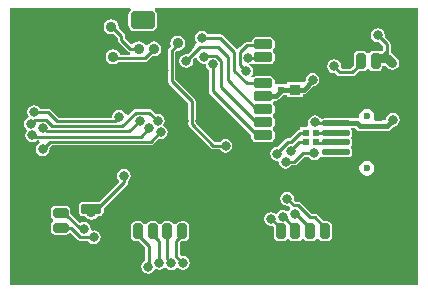
<source format=gbl>
%FSAX25Y25*%
%MOIN*%
G70*
G01*
G75*
G04 Layer_Physical_Order=2*
G04 Layer_Color=16711680*
%ADD10C,0.05000*%
%ADD11R,0.02165X0.02362*%
%ADD12R,0.05906X0.01181*%
%ADD13R,0.01181X0.05906*%
%ADD14R,0.02362X0.02165*%
%ADD15R,0.04528X0.05512*%
%ADD16R,0.03740X0.03740*%
%ADD17R,0.02165X0.05709*%
%ADD18R,0.02165X0.05709*%
%ADD19R,0.04331X0.02559*%
%ADD20R,0.05118X0.05906*%
%ADD21R,0.02165X0.05709*%
%ADD22R,0.11024X0.02953*%
G04:AMPARAMS|DCode=23|XSize=31.5mil|YSize=51.18mil|CornerRadius=7.87mil|HoleSize=0mil|Usage=FLASHONLY|Rotation=90.000|XOffset=0mil|YOffset=0mil|HoleType=Round|Shape=RoundedRectangle|*
%AMROUNDEDRECTD23*
21,1,0.03150,0.03543,0,0,90.0*
21,1,0.01575,0.05118,0,0,90.0*
1,1,0.01575,0.01772,0.00787*
1,1,0.01575,0.01772,-0.00787*
1,1,0.01575,-0.01772,-0.00787*
1,1,0.01575,-0.01772,0.00787*
%
%ADD23ROUNDEDRECTD23*%
%ADD24R,0.11811X0.08268*%
%ADD25R,0.03150X0.03150*%
%ADD26C,0.01000*%
%ADD27C,0.02000*%
%ADD28C,0.01500*%
%ADD29C,0.01800*%
%ADD30C,0.03000*%
%ADD31C,0.02362*%
%ADD32C,0.03150*%
%ADD33C,0.03500*%
%ADD34R,0.06890X0.03347*%
G04:AMPARAMS|DCode=35|XSize=68.9mil|YSize=33.47mil|CornerRadius=8.37mil|HoleSize=0mil|Usage=FLASHONLY|Rotation=180.000|XOffset=0mil|YOffset=0mil|HoleType=Round|Shape=RoundedRectangle|*
%AMROUNDEDRECTD35*
21,1,0.06890,0.01673,0,0,180.0*
21,1,0.05217,0.03347,0,0,180.0*
1,1,0.01673,-0.02608,0.00837*
1,1,0.01673,0.02608,0.00837*
1,1,0.01673,0.02608,-0.00837*
1,1,0.01673,-0.02608,-0.00837*
%
%ADD35ROUNDEDRECTD35*%
%ADD36R,0.09843X0.07874*%
%ADD37R,0.09055X0.01969*%
G04:AMPARAMS|DCode=38|XSize=19.69mil|YSize=90.55mil|CornerRadius=4.92mil|HoleSize=0mil|Usage=FLASHONLY|Rotation=270.000|XOffset=0mil|YOffset=0mil|HoleType=Round|Shape=RoundedRectangle|*
%AMROUNDEDRECTD38*
21,1,0.01969,0.08071,0,0,270.0*
21,1,0.00984,0.09055,0,0,270.0*
1,1,0.00984,-0.04035,-0.00492*
1,1,0.00984,-0.04035,0.00492*
1,1,0.00984,0.04035,0.00492*
1,1,0.00984,0.04035,-0.00492*
%
%ADD38ROUNDEDRECTD38*%
%ADD39R,0.06102X0.06299*%
%ADD40R,0.11024X0.05512*%
%ADD41R,0.11811X0.05512*%
%ADD42R,0.07480X0.05512*%
%ADD43R,0.11024X0.06102*%
G04:AMPARAMS|DCode=44|XSize=61.02mil|YSize=82.68mil|CornerRadius=15.26mil|HoleSize=0mil|Usage=FLASHONLY|Rotation=90.000|XOffset=0mil|YOffset=0mil|HoleType=Round|Shape=RoundedRectangle|*
%AMROUNDEDRECTD44*
21,1,0.06102,0.05217,0,0,90.0*
21,1,0.03051,0.08268,0,0,90.0*
1,1,0.03051,0.02608,0.01526*
1,1,0.03051,0.02608,-0.01526*
1,1,0.03051,-0.02608,-0.01526*
1,1,0.03051,-0.02608,0.01526*
%
%ADD44ROUNDEDRECTD44*%
G04:AMPARAMS|DCode=45|XSize=31.5mil|YSize=62.99mil|CornerRadius=7.87mil|HoleSize=0mil|Usage=FLASHONLY|Rotation=90.000|XOffset=0mil|YOffset=0mil|HoleType=Round|Shape=RoundedRectangle|*
%AMROUNDEDRECTD45*
21,1,0.03150,0.04724,0,0,90.0*
21,1,0.01575,0.06299,0,0,90.0*
1,1,0.01575,0.02362,0.00787*
1,1,0.01575,0.02362,-0.00787*
1,1,0.01575,-0.02362,-0.00787*
1,1,0.01575,-0.02362,0.00787*
%
%ADD45ROUNDEDRECTD45*%
%ADD46R,0.06299X0.03150*%
G04:AMPARAMS|DCode=47|XSize=31.5mil|YSize=51.18mil|CornerRadius=7.87mil|HoleSize=0mil|Usage=FLASHONLY|Rotation=180.000|XOffset=0mil|YOffset=0mil|HoleType=Round|Shape=RoundedRectangle|*
%AMROUNDEDRECTD47*
21,1,0.03150,0.03543,0,0,180.0*
21,1,0.01575,0.05118,0,0,180.0*
1,1,0.01575,-0.00787,0.01772*
1,1,0.01575,0.00787,0.01772*
1,1,0.01575,0.00787,-0.01772*
1,1,0.01575,-0.00787,-0.01772*
%
%ADD47ROUNDEDRECTD47*%
%ADD48R,0.08268X0.11811*%
%ADD49R,0.03150X0.05118*%
%ADD50R,0.05118X0.03150*%
%ADD51R,0.14800X0.13400*%
%ADD52R,0.01955X0.02104*%
G36*
X0422369Y0230931D02*
X0286431D01*
Y0323269D01*
X0326312D01*
X0326545Y0322503D01*
X0326359Y0322379D01*
X0325867Y0321643D01*
X0325694Y0320774D01*
Y0317723D01*
X0325867Y0316855D01*
X0326359Y0316119D01*
X0327095Y0315627D01*
X0327963Y0315454D01*
X0333180D01*
X0334048Y0315627D01*
X0334785Y0316119D01*
X0335276Y0316855D01*
X0335449Y0317723D01*
Y0320774D01*
X0335276Y0321643D01*
X0334785Y0322379D01*
X0334599Y0322503D01*
X0334831Y0323269D01*
X0422369D01*
Y0230931D01*
D02*
G37*
%LPC*%
G36*
X0324313Y0269636D02*
X0323426Y0269460D01*
X0322673Y0268957D01*
X0322170Y0268204D01*
X0321994Y0267317D01*
X0322170Y0266429D01*
X0322673Y0265677D01*
X0322716Y0265246D01*
X0316056Y0258587D01*
X0316008Y0258596D01*
X0310792D01*
X0310192Y0258477D01*
X0309684Y0258137D01*
X0309344Y0257629D01*
X0309225Y0257030D01*
Y0255356D01*
X0309344Y0254757D01*
X0309684Y0254248D01*
X0310192Y0253909D01*
X0310792Y0253790D01*
X0311429D01*
X0311734Y0253334D01*
X0312544Y0252792D01*
X0313500Y0252602D01*
X0314456Y0252792D01*
X0315266Y0253334D01*
X0315571Y0253790D01*
X0316008D01*
X0316608Y0253909D01*
X0317116Y0254248D01*
X0317456Y0254757D01*
X0317575Y0255356D01*
Y0256645D01*
X0325265Y0264335D01*
X0325530Y0264732D01*
X0325530Y0264732D01*
X0325530Y0264732D01*
X0325623Y0265200D01*
Y0265456D01*
X0325953Y0265677D01*
X0326456Y0266429D01*
X0326633Y0267317D01*
X0326456Y0268204D01*
X0325953Y0268957D01*
X0325201Y0269460D01*
X0324313Y0269636D01*
D02*
G37*
G36*
X0405331Y0272359D02*
X0404366Y0272167D01*
X0403549Y0271621D01*
X0403003Y0270803D01*
X0402811Y0269839D01*
X0403003Y0268875D01*
X0403549Y0268057D01*
X0404366Y0267511D01*
X0405331Y0267319D01*
X0406295Y0267511D01*
X0407113Y0268057D01*
X0407659Y0268875D01*
X0407851Y0269839D01*
X0407659Y0270803D01*
X0407113Y0271621D01*
X0406295Y0272167D01*
X0405331Y0272359D01*
D02*
G37*
G36*
X0378800Y0261961D02*
X0377912Y0261785D01*
X0377160Y0261282D01*
X0376657Y0260529D01*
X0376481Y0259642D01*
X0376657Y0258754D01*
X0377160Y0258002D01*
X0377912Y0257499D01*
X0378800Y0257322D01*
X0379015Y0257365D01*
X0379608Y0256828D01*
X0379560Y0256340D01*
X0379057Y0255588D01*
X0378363Y0255726D01*
X0378188Y0255843D01*
X0377300Y0256019D01*
X0376412Y0255843D01*
X0375660Y0255340D01*
X0375157Y0254588D01*
X0374288Y0255043D01*
X0374288Y0255043D01*
X0374288Y0255043D01*
X0373400Y0255219D01*
X0372512Y0255043D01*
X0371760Y0254540D01*
X0371257Y0253788D01*
X0371081Y0252900D01*
X0371257Y0252012D01*
X0371760Y0251260D01*
X0372512Y0250757D01*
X0373400Y0250581D01*
X0373656Y0250632D01*
X0374275Y0250124D01*
Y0247030D01*
X0374390Y0246450D01*
X0374719Y0245958D01*
X0375211Y0245629D01*
X0375791Y0245513D01*
X0377366D01*
X0377946Y0245629D01*
X0378438Y0245958D01*
X0378639Y0246258D01*
X0379439D01*
X0379640Y0245958D01*
X0380132Y0245629D01*
X0380713Y0245513D01*
X0382287D01*
X0382868Y0245629D01*
X0383360Y0245958D01*
X0383561Y0246258D01*
X0384361D01*
X0384561Y0245958D01*
X0385053Y0245629D01*
X0385634Y0245513D01*
X0387209D01*
X0387789Y0245629D01*
X0388281Y0245958D01*
X0388482Y0246258D01*
X0389282D01*
X0389483Y0245958D01*
X0389975Y0245629D01*
X0390555Y0245513D01*
X0392130D01*
X0392710Y0245629D01*
X0393202Y0245958D01*
X0393531Y0246450D01*
X0393647Y0247030D01*
Y0250573D01*
X0393531Y0251154D01*
X0393202Y0251646D01*
X0392710Y0251974D01*
X0392130Y0252090D01*
X0391141D01*
X0388865Y0254365D01*
X0388468Y0254630D01*
X0388000Y0254724D01*
X0386907D01*
X0383290Y0258340D01*
X0382893Y0258605D01*
X0382425Y0258698D01*
X0381562D01*
X0381055Y0259317D01*
X0381119Y0259642D01*
X0380943Y0260529D01*
X0380440Y0261282D01*
X0379688Y0261785D01*
X0378800Y0261961D01*
D02*
G37*
G36*
X0304985Y0257225D02*
X0301442D01*
X0300861Y0257110D01*
X0300369Y0256781D01*
X0300041Y0256289D01*
X0299925Y0255709D01*
Y0254134D01*
X0300041Y0253554D01*
X0300369Y0253062D01*
X0300670Y0252861D01*
Y0252061D01*
X0300369Y0251860D01*
X0300041Y0251368D01*
X0299925Y0250787D01*
Y0249213D01*
X0300041Y0248632D01*
X0300369Y0248140D01*
X0300861Y0247812D01*
X0301442Y0247696D01*
X0304985D01*
X0305565Y0247812D01*
X0306057Y0248140D01*
X0306647Y0248198D01*
X0308811Y0246035D01*
D01*
X0308811D01*
X0308811Y0246035D01*
X0308811Y0246035D01*
X0308811D01*
D01*
X0308811D01*
X0308811Y0246035D01*
Y0246035D01*
X0308811Y0246035D01*
Y0246035D01*
X0309208Y0245770D01*
X0309676Y0245676D01*
X0312315D01*
X0312660Y0245160D01*
X0313412Y0244657D01*
X0314300Y0244481D01*
X0315188Y0244657D01*
X0315940Y0245160D01*
X0316443Y0245912D01*
X0316619Y0246800D01*
X0316443Y0247688D01*
X0315940Y0248440D01*
X0315188Y0248943D01*
X0314300Y0249119D01*
X0313865Y0249033D01*
X0313299Y0249599D01*
X0313319Y0249700D01*
X0313143Y0250588D01*
X0312640Y0251340D01*
X0311888Y0251843D01*
X0311000Y0252019D01*
X0310112Y0251843D01*
X0309558Y0251472D01*
X0306502Y0254528D01*
Y0255521D01*
X0306502Y0255525D01*
Y0255709D01*
X0306386Y0256289D01*
X0306057Y0256781D01*
X0305565Y0257110D01*
X0304985Y0257225D01*
D02*
G37*
G36*
X0344530Y0252090D02*
X0342955D01*
X0342375Y0251974D01*
X0341883Y0251646D01*
X0341682Y0251345D01*
X0340882D01*
X0340681Y0251646D01*
X0340189Y0251974D01*
X0339609Y0252090D01*
X0338034D01*
X0337454Y0251974D01*
X0336962Y0251646D01*
X0336761Y0251345D01*
X0335961D01*
X0335760Y0251646D01*
X0335268Y0251974D01*
X0334687Y0252090D01*
X0333113D01*
X0332532Y0251974D01*
X0332040Y0251646D01*
X0331839Y0251345D01*
X0331039D01*
X0330838Y0251646D01*
X0330346Y0251974D01*
X0329766Y0252090D01*
X0328191D01*
X0327611Y0251974D01*
X0327119Y0251646D01*
X0326790Y0251154D01*
X0326675Y0250573D01*
Y0247030D01*
X0326790Y0246450D01*
X0327119Y0245958D01*
X0327611Y0245629D01*
X0328191Y0245513D01*
X0329356D01*
X0331377Y0243493D01*
Y0239066D01*
X0330802Y0238682D01*
X0330299Y0237929D01*
X0330122Y0237042D01*
X0330299Y0236154D01*
X0330802Y0235402D01*
X0331554Y0234899D01*
X0332442Y0234722D01*
X0333329Y0234899D01*
X0334082Y0235402D01*
X0334585Y0236154D01*
D01*
D01*
X0335212Y0236257D01*
Y0236257D01*
X0335212Y0236257D01*
X0336100Y0236081D01*
X0336988Y0236257D01*
X0337629Y0236686D01*
X0338414Y0236530D01*
X0338460Y0236460D01*
X0339212Y0235957D01*
X0340100Y0235781D01*
X0340988Y0235957D01*
X0341740Y0236460D01*
X0341740Y0236460D01*
Y0236460D01*
X0342360Y0236660D01*
X0342360Y0236660D01*
D01*
X0343112Y0236157D01*
X0344000Y0235981D01*
X0344888Y0236157D01*
X0345640Y0236660D01*
X0346143Y0237412D01*
X0346319Y0238300D01*
X0346143Y0239188D01*
X0345640Y0239940D01*
X0344888Y0240443D01*
X0344000Y0240619D01*
X0343642Y0240548D01*
X0343023Y0241056D01*
Y0245193D01*
X0343344Y0245513D01*
X0344530D01*
X0345110Y0245629D01*
X0345602Y0245958D01*
X0345931Y0246450D01*
X0346046Y0247030D01*
Y0250573D01*
X0345931Y0251154D01*
X0345602Y0251646D01*
X0345110Y0251974D01*
X0344530Y0252090D01*
D02*
G37*
G36*
X0405331Y0289682D02*
X0404366Y0289490D01*
X0403549Y0288943D01*
X0403003Y0288126D01*
X0402811Y0287161D01*
X0402858Y0286921D01*
X0402293Y0286355D01*
X0401915Y0286431D01*
X0399513D01*
X0399130Y0286507D01*
X0391059D01*
X0390594Y0286414D01*
X0390486Y0286342D01*
X0389702Y0286498D01*
X0389540Y0286740D01*
X0388788Y0287243D01*
X0387900Y0287419D01*
X0387012Y0287243D01*
X0386260Y0286740D01*
X0385757Y0285988D01*
X0385581Y0285100D01*
X0385757Y0284212D01*
X0385773Y0284188D01*
X0385396Y0283483D01*
X0383146D01*
Y0282823D01*
X0383100D01*
X0382632Y0282730D01*
X0382235Y0282465D01*
X0379593Y0279823D01*
X0378900D01*
X0378432Y0279730D01*
X0378035Y0279465D01*
X0375558Y0276988D01*
X0375400Y0277019D01*
X0374512Y0276843D01*
X0373760Y0276340D01*
X0373257Y0275588D01*
X0373081Y0274700D01*
X0373257Y0273812D01*
X0373760Y0273060D01*
X0374512Y0272557D01*
X0375400Y0272381D01*
X0375483Y0272397D01*
X0375881Y0272000D01*
X0376057Y0271112D01*
X0376560Y0270360D01*
X0377312Y0269857D01*
X0378200Y0269681D01*
X0379088Y0269857D01*
X0379840Y0270360D01*
X0380118Y0270777D01*
X0381100D01*
X0381568Y0270870D01*
X0381965Y0271135D01*
X0384407Y0273576D01*
X0385882D01*
X0386160Y0273160D01*
X0386912Y0272657D01*
X0387800Y0272481D01*
X0388688Y0272657D01*
X0389440Y0273160D01*
X0389748Y0273621D01*
X0390532Y0273777D01*
X0390594Y0273735D01*
X0391059Y0273643D01*
X0399130D01*
X0399595Y0273735D01*
X0399989Y0273999D01*
X0400253Y0274393D01*
X0400345Y0274858D01*
Y0275843D01*
X0400253Y0276308D01*
X0399989Y0276702D01*
Y0277149D01*
X0400253Y0277543D01*
X0400345Y0278008D01*
Y0278992D01*
X0400253Y0279457D01*
X0399989Y0279852D01*
Y0280298D01*
X0400253Y0280693D01*
X0400345Y0281158D01*
Y0282142D01*
X0400253Y0282607D01*
X0399989Y0283001D01*
X0400040Y0283168D01*
X0401239D01*
X0401771Y0282636D01*
X0402300Y0282283D01*
X0402925Y0282158D01*
X0411990D01*
X0412614Y0282283D01*
X0413143Y0282636D01*
X0413143Y0282636D01*
X0413143Y0282636D01*
X0414234Y0283727D01*
X0414888Y0283857D01*
X0415640Y0284360D01*
X0416143Y0285112D01*
X0416319Y0286000D01*
X0416143Y0286888D01*
X0415640Y0287640D01*
X0414888Y0288143D01*
X0414000Y0288319D01*
X0413112Y0288143D01*
X0412360Y0287640D01*
X0411857Y0286888D01*
X0411681Y0286000D01*
X0408770Y0285421D01*
X0407989D01*
X0407612Y0286127D01*
X0407659Y0286197D01*
X0407851Y0287161D01*
X0407659Y0288126D01*
X0407113Y0288943D01*
X0406295Y0289490D01*
X0405331Y0289682D01*
D02*
G37*
G36*
X0409000Y0316519D02*
X0408112Y0316343D01*
X0407360Y0315840D01*
X0406857Y0315088D01*
X0406681Y0314200D01*
X0406857Y0313312D01*
X0407360Y0312560D01*
X0408112Y0312057D01*
X0409000Y0311881D01*
X0409491Y0311978D01*
X0410777Y0310693D01*
Y0309407D01*
X0410313Y0308943D01*
X0408435D01*
X0408091Y0308875D01*
X0407434D01*
X0406853Y0308759D01*
X0406361Y0308431D01*
X0406161Y0308130D01*
X0405361D01*
X0405160Y0308431D01*
X0404668Y0308759D01*
X0404087Y0308875D01*
X0402513D01*
X0401932Y0308759D01*
X0401440Y0308431D01*
X0401112Y0307939D01*
X0400996Y0307358D01*
Y0304103D01*
X0399944Y0303051D01*
X0397201D01*
X0396693Y0303670D01*
X0396719Y0303800D01*
X0396543Y0304688D01*
X0396040Y0305440D01*
X0395288Y0305943D01*
X0394400Y0306119D01*
X0393512Y0305943D01*
X0392760Y0305440D01*
X0392257Y0304688D01*
X0392081Y0303800D01*
X0392257Y0302912D01*
X0392760Y0302160D01*
X0393512Y0301657D01*
X0394400Y0301481D01*
X0394837Y0301568D01*
X0395442Y0300962D01*
Y0300962D01*
D01*
Y0300962D01*
X0395442Y0300962D01*
D01*
D01*
X0395442D01*
X0395442Y0300962D01*
Y0300962D01*
X0395442Y0300962D01*
Y0300962D01*
X0395839Y0300697D01*
X0396307Y0300604D01*
X0400451D01*
X0400919Y0300697D01*
X0401316Y0300962D01*
X0401316Y0300962D01*
X0401316Y0300962D01*
X0402652Y0302298D01*
X0404087D01*
X0404668Y0302414D01*
X0405160Y0302743D01*
X0405361Y0303043D01*
X0406161D01*
X0406361Y0302743D01*
X0406853Y0302414D01*
X0407434Y0302298D01*
X0409009D01*
X0409589Y0302414D01*
X0410081Y0302743D01*
X0410410Y0303235D01*
X0410525Y0303815D01*
Y0303957D01*
X0411264Y0304263D01*
X0411943Y0303585D01*
X0412160Y0303260D01*
X0412912Y0302757D01*
X0413800Y0302581D01*
X0414688Y0302757D01*
X0415440Y0303260D01*
X0415943Y0304012D01*
X0416119Y0304900D01*
X0415943Y0305788D01*
X0415440Y0306540D01*
X0415115Y0306757D01*
X0413586Y0308286D01*
X0413224Y0308528D01*
Y0308900D01*
Y0311200D01*
X0413130Y0311668D01*
X0412865Y0312065D01*
X0411222Y0313709D01*
X0411319Y0314200D01*
X0411143Y0315088D01*
X0410640Y0315840D01*
X0409888Y0316343D01*
X0409000Y0316519D01*
D02*
G37*
G36*
X0342258Y0313956D02*
X0341302Y0313766D01*
X0340492Y0313225D01*
X0339950Y0312414D01*
X0339760Y0311458D01*
X0339950Y0310502D01*
X0339999Y0310429D01*
X0339435Y0309865D01*
X0339170Y0309468D01*
X0339076Y0309000D01*
Y0298900D01*
X0339076Y0298900D01*
X0339076D01*
X0339170Y0298432D01*
X0339435Y0298035D01*
X0345751Y0291718D01*
Y0284525D01*
X0345844Y0284057D01*
X0346110Y0283660D01*
X0353235Y0276535D01*
X0353235Y0276535D01*
X0353235D01*
X0353235Y0276535D01*
X0353235D01*
X0353235Y0276535D01*
Y0276535D01*
Y0276535D01*
D01*
D01*
X0353235D01*
Y0276535D01*
X0353632Y0276270D01*
X0354100Y0276177D01*
X0356282D01*
X0356560Y0275760D01*
X0357312Y0275257D01*
X0358200Y0275081D01*
X0359088Y0275257D01*
X0359840Y0275760D01*
X0360343Y0276512D01*
X0360519Y0277400D01*
X0360343Y0278288D01*
X0359840Y0279040D01*
X0359088Y0279543D01*
X0358200Y0279719D01*
X0357312Y0279543D01*
X0356560Y0279040D01*
X0356282Y0278624D01*
X0354607D01*
X0348198Y0285032D01*
Y0292225D01*
X0348105Y0292693D01*
X0347840Y0293090D01*
X0341524Y0299407D01*
Y0308476D01*
X0342142Y0308983D01*
X0342258Y0308960D01*
X0343214Y0309150D01*
X0344024Y0309692D01*
X0344566Y0310502D01*
X0344756Y0311458D01*
X0344566Y0312414D01*
X0344024Y0313225D01*
X0343214Y0313766D01*
X0342258Y0313956D01*
D02*
G37*
G36*
X0350300Y0315719D02*
X0349412Y0315543D01*
X0348660Y0315040D01*
X0348157Y0314288D01*
X0347981Y0313400D01*
X0348157Y0312512D01*
X0348660Y0311760D01*
X0346909Y0309139D01*
X0345591Y0307822D01*
X0345100Y0307919D01*
X0344212Y0307743D01*
X0343460Y0307240D01*
X0342957Y0306488D01*
X0342781Y0305600D01*
X0342957Y0304712D01*
X0343460Y0303960D01*
X0344212Y0303457D01*
X0345100Y0303281D01*
X0345988Y0303457D01*
X0346740Y0303960D01*
X0347243Y0304712D01*
X0347419Y0305600D01*
X0347322Y0306091D01*
X0347922Y0306692D01*
X0348688Y0306460D01*
X0348757Y0306112D01*
X0349260Y0305360D01*
X0350012Y0304857D01*
X0350900Y0304681D01*
X0351317Y0304764D01*
X0351581Y0304500D01*
X0351757Y0303612D01*
X0352260Y0302860D01*
X0352677Y0302582D01*
Y0295542D01*
X0352677Y0295542D01*
X0352677D01*
X0352770Y0295074D01*
X0353035Y0294677D01*
X0366850Y0280862D01*
Y0280016D01*
X0366966Y0279436D01*
X0367295Y0278944D01*
X0367787Y0278615D01*
X0368367Y0278500D01*
X0373091D01*
X0373672Y0278615D01*
X0374164Y0278944D01*
X0374492Y0279436D01*
X0374608Y0280016D01*
Y0281591D01*
X0374492Y0282172D01*
X0374164Y0282664D01*
Y0283275D01*
X0374492Y0283767D01*
X0374608Y0284347D01*
Y0285922D01*
X0374492Y0286502D01*
X0374164Y0286994D01*
Y0287606D01*
X0374492Y0288098D01*
X0374608Y0288678D01*
Y0290253D01*
X0374492Y0290833D01*
X0374164Y0291325D01*
Y0291936D01*
X0374421Y0292322D01*
X0374900D01*
X0375466Y0292434D01*
X0375945Y0292755D01*
X0375945Y0292755D01*
X0375945Y0292755D01*
X0377337Y0294146D01*
X0378583D01*
D01*
X0378583D01*
X0378830Y0293898D01*
Y0293476D01*
X0383970D01*
Y0294567D01*
X0384246D01*
X0384811Y0294680D01*
X0385291Y0295000D01*
X0385291Y0295000D01*
X0385291Y0295000D01*
X0387414Y0297123D01*
X0388088Y0297257D01*
X0388840Y0297760D01*
X0389343Y0298512D01*
X0389519Y0299400D01*
X0389343Y0300288D01*
X0388840Y0301040D01*
X0388088Y0301543D01*
X0387200Y0301719D01*
X0386312Y0301543D01*
X0385560Y0301040D01*
X0385057Y0300288D01*
X0384881Y0299400D01*
X0384967Y0298967D01*
X0384348Y0298459D01*
X0383970Y0298616D01*
Y0298616D01*
X0383970Y0298616D01*
X0378830D01*
Y0297908D01*
X0378583D01*
Y0297908D01*
X0375017D01*
D01*
X0375017D01*
X0374608Y0298317D01*
Y0298914D01*
X0374492Y0299495D01*
X0374164Y0299987D01*
X0373672Y0300315D01*
X0373091Y0300431D01*
X0368367D01*
X0367787Y0300315D01*
X0367725Y0300274D01*
X0366949Y0300351D01*
X0366801Y0300499D01*
X0366740Y0300560D01*
D01*
X0366740Y0300560D01*
X0367243Y0301312D01*
X0367419Y0302200D01*
X0367243Y0303088D01*
X0366740Y0303840D01*
X0365988Y0304343D01*
Y0304343D01*
X0365988D01*
X0366061Y0304433D01*
X0366200Y0304460D01*
X0366200D01*
Y0304460D01*
X0366688Y0304557D01*
X0367255Y0304936D01*
X0367295Y0304928D01*
X0367295Y0304928D01*
Y0304928D01*
X0367787Y0304600D01*
X0368367Y0304484D01*
X0373091D01*
X0373672Y0304600D01*
X0374164Y0304928D01*
X0374492Y0305420D01*
X0374608Y0306001D01*
Y0307576D01*
X0374492Y0308156D01*
X0374164Y0308648D01*
Y0309259D01*
X0374492Y0309751D01*
X0374608Y0310332D01*
Y0311906D01*
X0374492Y0312487D01*
X0374164Y0312979D01*
X0373672Y0313307D01*
X0373091Y0313423D01*
X0368367D01*
X0367787Y0313307D01*
X0367295Y0312979D01*
X0366966Y0312487D01*
X0366878Y0312042D01*
X0365419D01*
X0364951Y0311949D01*
X0364554Y0311684D01*
X0363079Y0310209D01*
X0361965Y0309465D01*
X0357165Y0314265D01*
X0356768Y0314530D01*
X0356300Y0314623D01*
X0352218D01*
X0351940Y0315040D01*
X0351188Y0315543D01*
X0350300Y0315719D01*
D02*
G37*
G36*
X0294500Y0290919D02*
X0293612Y0290743D01*
X0292860Y0290240D01*
X0292357Y0289488D01*
X0292181Y0288600D01*
X0292357Y0287712D01*
X0292860Y0286960D01*
Y0286960D01*
X0292312Y0286843D01*
D01*
X0292312D01*
X0292312Y0286843D01*
X0291560Y0286340D01*
X0291057Y0285588D01*
X0290881Y0284700D01*
X0291057Y0283812D01*
X0291560Y0283060D01*
X0291791Y0282906D01*
X0291947Y0282121D01*
X0291657Y0281688D01*
X0291481Y0280800D01*
X0291657Y0279912D01*
X0292160Y0279160D01*
X0292912Y0278657D01*
X0293800Y0278481D01*
X0294688Y0278657D01*
X0295353Y0279102D01*
X0296170D01*
X0296402Y0278336D01*
X0295660Y0277840D01*
X0295157Y0277088D01*
X0294981Y0276200D01*
X0295157Y0275312D01*
X0295660Y0274560D01*
X0296412Y0274057D01*
X0297300Y0273881D01*
X0298188Y0274057D01*
X0298940Y0274560D01*
X0299443Y0275312D01*
X0299619Y0276200D01*
X0299522Y0276691D01*
X0300307Y0277477D01*
X0333200D01*
X0333668Y0277570D01*
X0334065Y0277835D01*
X0334065Y0277835D01*
X0334065Y0277835D01*
X0335874Y0279644D01*
X0336550Y0279510D01*
X0337437Y0279686D01*
X0338190Y0280189D01*
X0338692Y0280942D01*
X0338869Y0281829D01*
X0338692Y0282717D01*
X0338190Y0283469D01*
X0337437Y0283972D01*
X0337224Y0284014D01*
X0337219Y0284039D01*
X0337722Y0284791D01*
X0337898Y0285679D01*
X0337722Y0286566D01*
X0337219Y0287319D01*
X0336466Y0287822D01*
X0335579Y0287998D01*
X0334956Y0287874D01*
X0333565Y0289265D01*
X0333168Y0289530D01*
X0332700Y0289623D01*
X0328300D01*
X0327832Y0289530D01*
X0327435Y0289265D01*
X0325728Y0287558D01*
X0324962Y0287790D01*
X0324943Y0287888D01*
X0324440Y0288640D01*
X0323688Y0289143D01*
X0322800Y0289319D01*
X0321912Y0289143D01*
X0321160Y0288640D01*
X0320657Y0287888D01*
X0320481Y0287000D01*
X0320254Y0286723D01*
X0302507D01*
X0299865Y0289365D01*
X0299468Y0289630D01*
X0299000Y0289723D01*
X0296485D01*
X0296140Y0290240D01*
X0295388Y0290743D01*
X0294500Y0290919D01*
D02*
G37*
G36*
X0320100Y0319498D02*
X0319144Y0319308D01*
X0318334Y0318766D01*
X0317792Y0317956D01*
X0317602Y0317000D01*
X0317792Y0316044D01*
X0318334Y0315234D01*
X0319144Y0314692D01*
X0320100Y0314502D01*
X0320991Y0314679D01*
X0322276Y0313393D01*
Y0312696D01*
X0322276Y0312696D01*
X0322276D01*
X0322370Y0312228D01*
X0322635Y0311831D01*
X0325631Y0308835D01*
X0326028Y0308570D01*
X0326279Y0308520D01*
X0326200Y0307723D01*
X0323054D01*
X0323008Y0307956D01*
X0322466Y0308766D01*
X0321656Y0309308D01*
X0320700Y0309498D01*
X0319744Y0309308D01*
X0318934Y0308766D01*
X0318392Y0307956D01*
X0318202Y0307000D01*
X0318392Y0306044D01*
X0318934Y0305234D01*
X0319744Y0304692D01*
X0320700Y0304502D01*
X0321656Y0304692D01*
X0322466Y0305234D01*
X0322495Y0305276D01*
X0331200D01*
X0331668Y0305370D01*
X0332065Y0305635D01*
X0332065Y0305635D01*
X0332065Y0305635D01*
X0333660Y0307229D01*
X0334300Y0307102D01*
X0335256Y0307292D01*
X0336066Y0307834D01*
X0336608Y0308644D01*
X0336798Y0309600D01*
X0336608Y0310556D01*
X0336066Y0311366D01*
X0335256Y0311908D01*
X0334300Y0312098D01*
X0333344Y0311908D01*
X0332534Y0311366D01*
X0332183Y0310842D01*
X0331383D01*
X0330966Y0311466D01*
X0330156Y0312008D01*
X0329200Y0312198D01*
X0328244Y0312008D01*
X0327434Y0311466D01*
X0327394Y0311407D01*
X0326598Y0311328D01*
X0324724Y0313203D01*
Y0313900D01*
X0324630Y0314368D01*
X0324365Y0314765D01*
X0322520Y0316610D01*
X0322598Y0317000D01*
X0322408Y0317956D01*
X0321866Y0318766D01*
X0321056Y0319308D01*
X0320100Y0319498D01*
D02*
G37*
%LPD*%
D11*
X0376800Y0299373D02*
D03*
Y0296027D02*
D03*
D14*
X0384927Y0278500D02*
D03*
X0388273D02*
D03*
X0385027Y0281700D02*
D03*
X0388373D02*
D03*
D16*
X0381400Y0296046D02*
D03*
Y0301754D02*
D03*
D23*
X0303213Y0250000D02*
D03*
Y0254921D02*
D03*
D24*
X0292387Y0235039D02*
D03*
Y0264961D02*
D03*
D26*
X0378200Y0272000D02*
X0381100D01*
X0383900Y0274800D01*
X0387800D01*
X0382700Y0278500D02*
X0384927D01*
X0379988Y0275788D02*
X0382700Y0278500D01*
X0379988Y0275057D02*
Y0275788D01*
X0394994Y0278400D02*
X0395094Y0278500D01*
X0387848Y0278400D02*
X0394994D01*
X0388373Y0281650D02*
X0395094D01*
X0354100Y0277400D02*
X0358200D01*
X0346975Y0284525D02*
X0354100Y0277400D01*
X0346975Y0284525D02*
Y0292225D01*
X0340300Y0298900D02*
X0346975Y0292225D01*
X0340300Y0298900D02*
Y0309000D01*
X0342100Y0310800D01*
X0299096Y0280400D02*
X0330000D01*
X0299800Y0278700D02*
X0333200D01*
X0330000Y0280400D02*
X0332700Y0283100D01*
X0328300Y0288400D02*
X0332700D01*
X0343202Y0247102D02*
X0344800D01*
X0341800Y0245700D02*
X0343202Y0247102D01*
X0341800Y0240400D02*
Y0245700D01*
Y0240400D02*
X0343900Y0238300D01*
X0344800D01*
X0377200Y0268900D02*
X0393993D01*
X0394094Y0269001D01*
Y0264605D02*
Y0269001D01*
Y0264605D02*
X0394488Y0264212D01*
Y0257780D02*
Y0264212D01*
X0374400Y0266100D02*
X0377200Y0268900D01*
X0371380Y0266100D02*
X0374400D01*
X0370040Y0267440D02*
X0371380Y0266100D01*
X0380967Y0257475D02*
X0382425D01*
X0386400Y0253500D01*
X0388000D01*
X0390800Y0250700D01*
Y0250200D02*
Y0250700D01*
X0378800Y0259642D02*
X0380967Y0257475D01*
X0368642Y0280800D02*
X0369333D01*
X0353900Y0295542D02*
X0368642Y0280800D01*
X0353900Y0295542D02*
Y0305600D01*
X0368773Y0285000D02*
X0369464D01*
X0356700Y0297073D02*
X0368773Y0285000D01*
X0356700Y0297073D02*
Y0305624D01*
X0355024Y0307300D02*
X0356700Y0305624D01*
X0350900Y0307300D02*
X0355024D01*
X0368804Y0289300D02*
X0369495D01*
X0359000Y0299104D02*
X0368804Y0289300D01*
X0359000Y0299104D02*
Y0307000D01*
X0355800Y0310200D02*
X0359000Y0307000D01*
X0349700Y0310200D02*
X0355800D01*
X0345100Y0305600D02*
X0349700Y0310200D01*
X0386421Y0248802D02*
Y0249779D01*
X0381350Y0254850D02*
X0386421Y0249779D01*
X0373400Y0252900D02*
X0373500D01*
X0381500Y0248802D02*
Y0249711D01*
X0378651Y0252561D02*
X0381500Y0249711D01*
X0378539Y0252561D02*
X0378651D01*
X0378400Y0252700D02*
X0378539Y0252561D01*
X0378400Y0252700D02*
Y0253800D01*
X0333000Y0248700D02*
X0336100Y0245600D01*
X0333000Y0248700D02*
Y0249102D01*
X0336100Y0238400D02*
Y0245600D01*
X0328079Y0248521D02*
X0332600Y0244000D01*
X0328079Y0248521D02*
Y0248802D01*
X0332300Y0236200D02*
X0332600Y0236500D01*
Y0244000D01*
X0333200Y0278700D02*
X0336329Y0281829D01*
X0326100Y0282100D02*
X0329600Y0285600D01*
X0296851Y0284075D02*
X0298826Y0282100D01*
X0323700Y0283800D02*
X0328300Y0288400D01*
X0298425Y0285875D02*
X0300500Y0283800D01*
X0323700D01*
X0298826Y0282100D02*
X0326100D01*
X0299021Y0280325D02*
X0299096Y0280400D01*
X0297300Y0276200D02*
X0299800Y0278700D01*
X0321500Y0285500D02*
X0322800Y0286800D01*
X0302000Y0285500D02*
X0321500D01*
X0299000Y0288500D02*
X0302000Y0285500D01*
X0293700Y0288500D02*
X0299000D01*
X0294475Y0280325D02*
X0299021D01*
X0296051Y0285875D02*
X0298425D01*
X0335600Y0285500D02*
X0336300D01*
X0332700Y0288400D02*
X0335600Y0285500D01*
X0295976Y0285800D02*
X0296051Y0285875D01*
X0294700Y0285800D02*
X0295976D01*
X0293200Y0284300D02*
X0294700Y0285800D01*
X0336329Y0281829D02*
X0336550D01*
X0293900Y0280900D02*
X0294475Y0280325D01*
X0324215Y0267415D02*
X0324400Y0267230D01*
Y0265200D02*
Y0267230D01*
X0315300Y0256100D02*
X0324400Y0265200D01*
X0363361Y0238275D02*
X0403203D01*
X0354103D02*
X0363361D01*
X0319900Y0306500D02*
X0331200D01*
X0334300Y0309600D01*
X0335200Y0309400D02*
X0335400Y0309600D01*
X0337100Y0302500D02*
X0338600D01*
X0365193Y0240107D02*
Y0258890D01*
X0387739Y0314613D02*
X0391922Y0318796D01*
X0363025Y0308425D02*
X0365419Y0310819D01*
X0363025Y0304325D02*
Y0308425D01*
X0363000Y0304300D02*
X0363025Y0304325D01*
X0356300Y0313400D02*
X0361100Y0308600D01*
Y0302200D02*
Y0308600D01*
X0365288Y0306688D02*
X0370929D01*
X0361100Y0302200D02*
X0365200Y0298100D01*
X0363000Y0304300D02*
X0365100Y0302200D01*
X0365200Y0298100D02*
X0369356D01*
X0350300Y0313400D02*
X0356300D01*
X0331000D02*
X0338700D01*
X0293187Y0265561D02*
X0300939D01*
X0304436Y0262064D01*
X0310240D01*
X0301139Y0235639D02*
X0303775Y0238275D01*
X0293187Y0235639D02*
X0301139D01*
X0293187D02*
Y0265561D01*
X0394488Y0257780D02*
X0414200D01*
X0365611Y0259308D02*
Y0263011D01*
X0370040Y0267440D01*
Y0272536D01*
X0365419Y0310819D02*
X0371129D01*
X0303775Y0238275D02*
X0304475D01*
X0324925D01*
X0293187Y0265561D02*
Y0275613D01*
X0289400Y0279400D02*
X0293187Y0275613D01*
X0289400Y0311400D02*
X0297544Y0319544D01*
X0311871D01*
X0349025Y0238275D02*
X0354103D01*
X0320325D02*
X0321275D01*
X0321908Y0259308D02*
X0329194D01*
X0304013Y0238736D02*
X0304475Y0238275D01*
X0373500Y0252900D02*
X0376579Y0249821D01*
Y0248802D02*
Y0249821D01*
X0397464Y0249102D02*
X0400748D01*
X0406303Y0237975D02*
X0411275D01*
X0406303D02*
Y0246797D01*
X0403998Y0249102D02*
X0406303Y0246797D01*
X0400748Y0249102D02*
X0403998D01*
X0357803Y0237975D02*
X0358900Y0239072D01*
X0349892Y0259308D02*
X0358900Y0250300D01*
X0329194Y0259308D02*
X0349892D01*
X0358703Y0237975D02*
Y0250103D01*
X0348600Y0238700D02*
X0349025Y0238275D01*
X0348600Y0238700D02*
Y0247965D01*
X0347764Y0248802D02*
X0348600Y0247965D01*
X0324925Y0238275D02*
X0330500Y0232700D01*
X0343450D01*
X0349025Y0238275D01*
X0319400Y0252000D02*
X0323093D01*
X0319400D02*
Y0256800D01*
X0321908Y0259308D01*
X0293900Y0280900D02*
Y0281124D01*
X0320650Y0316750D02*
X0323500Y0313900D01*
Y0312696D02*
Y0313900D01*
Y0312696D02*
X0326496Y0309700D01*
X0329200D01*
X0293900Y0280900D02*
Y0281124D01*
X0297300Y0276200D02*
X0297400Y0276100D01*
X0305279Y0254021D02*
Y0255521D01*
Y0254021D02*
X0309200Y0250100D01*
X0310600D01*
X0311000Y0249700D01*
X0303213Y0250000D02*
X0306576D01*
X0309676Y0246900D01*
X0313459D01*
X0314300Y0246059D01*
X0337900Y0249102D02*
X0338800Y0248202D01*
Y0239700D02*
Y0248202D01*
Y0239700D02*
X0340500Y0238000D01*
X0384727Y0281600D02*
X0385027Y0281900D01*
X0388201Y0284799D02*
X0395094D01*
X0416142Y0271942D02*
X0417975Y0273775D01*
X0411575Y0238275D02*
X0414200Y0240900D01*
Y0245813D01*
X0416142Y0247755D01*
Y0257780D01*
Y0271942D01*
X0416500Y0290900D02*
X0417975Y0289425D01*
Y0273775D02*
Y0289425D01*
X0403300Y0304677D02*
Y0305587D01*
X0400451Y0301828D02*
X0403300Y0304677D01*
X0396307Y0301828D02*
X0400451D01*
X0394400Y0303734D02*
X0396307Y0301828D01*
X0394400Y0303734D02*
Y0303800D01*
X0409000Y0314200D02*
X0412000Y0311200D01*
Y0308900D02*
Y0311200D01*
Y0306700D02*
Y0308900D01*
X0410700Y0307600D02*
X0412000Y0308900D01*
X0410700Y0306700D02*
Y0307600D01*
X0376000Y0275700D02*
X0378900Y0278600D01*
X0380100D01*
X0383100Y0281600D01*
X0384727D01*
D27*
X0338100Y0290289D02*
Y0312800D01*
Y0290289D02*
X0345200Y0283189D01*
Y0282100D02*
Y0283189D01*
X0338100Y0312800D02*
X0338700Y0313400D01*
X0344549Y0319249D01*
X0360887D01*
X0376987Y0314613D02*
X0387739D01*
X0372351Y0319249D02*
X0376987Y0314613D01*
X0360887Y0319249D02*
X0372351D01*
X0345200Y0276200D02*
Y0282100D01*
X0354200Y0273100D01*
X0360100D01*
X0362400Y0275400D01*
Y0278600D01*
X0350600Y0290400D02*
X0362400Y0278600D01*
X0350600Y0290400D02*
Y0298800D01*
X0348500Y0300900D02*
X0350600Y0298800D01*
X0370729Y0293796D02*
X0370733Y0293800D01*
X0370729Y0302457D02*
X0373242D01*
X0376200Y0299500D01*
X0378000D01*
X0380800Y0302300D01*
D28*
X0370733Y0293800D02*
X0374900D01*
X0376400Y0295300D01*
X0376800Y0296027D02*
X0382127D01*
X0381400Y0296046D02*
X0384246D01*
X0387400Y0299200D01*
D29*
X0395094Y0284799D02*
X0401915D01*
X0402925Y0283790D01*
X0411990D01*
X0414100Y0285900D01*
D30*
X0394488Y0292820D02*
X0416142D01*
X0377200Y0285100D02*
X0382400Y0290300D01*
X0391500D01*
X0391922Y0318796D02*
X0397779D01*
X0398779Y0319796D02*
X0412478D01*
X0397779Y0318796D02*
X0398779Y0319796D01*
X0417661Y0303300D02*
Y0314613D01*
X0412478Y0319796D02*
X0417661Y0314613D01*
X0416142Y0291258D02*
X0416500Y0290900D01*
X0416142Y0291258D02*
Y0301781D01*
X0417661Y0303300D01*
X0412000Y0306700D02*
X0413800Y0304900D01*
X0408435Y0306700D02*
X0412000D01*
X0408221Y0306487D02*
X0408435Y0306700D01*
D31*
X0405331Y0287161D02*
D03*
Y0269839D02*
D03*
D32*
X0387900Y0285100D02*
D03*
X0387800Y0274800D02*
D03*
X0385000Y0289900D02*
D03*
X0390900Y0288700D02*
D03*
X0420400Y0268100D02*
D03*
X0420500Y0241700D02*
D03*
X0411100Y0251700D02*
D03*
X0401300Y0239000D02*
D03*
X0398600Y0254900D02*
D03*
X0398400Y0233300D02*
D03*
X0386400Y0240700D02*
D03*
X0386000Y0232700D02*
D03*
X0380800Y0243600D02*
D03*
X0376200Y0239000D02*
D03*
X0387800Y0270100D02*
D03*
X0381500Y0263700D02*
D03*
X0378200Y0272000D02*
D03*
X0379700Y0283700D02*
D03*
X0380000Y0275700D02*
D03*
X0373000Y0302457D02*
D03*
X0375400Y0274700D02*
D03*
X0369200Y0262500D02*
D03*
X0370000Y0250100D02*
D03*
X0369100Y0241900D02*
D03*
X0371600Y0244500D02*
D03*
X0370900Y0319700D02*
D03*
X0357500Y0319900D02*
D03*
X0349800Y0285700D02*
D03*
X0341300Y0283200D02*
D03*
X0344200Y0285600D02*
D03*
X0353100Y0285700D02*
D03*
X0336550Y0281829D02*
D03*
X0329600Y0285600D02*
D03*
X0332700Y0283100D02*
D03*
X0324313Y0267317D02*
D03*
X0324800Y0275500D02*
D03*
X0335579Y0285679D02*
D03*
X0343100Y0253700D02*
D03*
X0348400Y0253800D02*
D03*
X0336700Y0253700D02*
D03*
X0327442Y0254558D02*
D03*
X0324400Y0251700D02*
D03*
X0326700Y0271500D02*
D03*
X0338100Y0320400D02*
D03*
X0376800Y0280900D02*
D03*
X0384100Y0259800D02*
D03*
X0373400Y0252900D02*
D03*
X0381200Y0254700D02*
D03*
X0358400Y0267000D02*
D03*
Y0260400D02*
D03*
Y0273100D02*
D03*
X0358300Y0254800D02*
D03*
X0365800Y0242200D02*
D03*
X0361700Y0247700D02*
D03*
X0363700Y0250800D02*
D03*
X0313100Y0240200D02*
D03*
X0306600Y0245600D02*
D03*
X0307400Y0262700D02*
D03*
X0313500Y0288400D02*
D03*
X0358200Y0277400D02*
D03*
X0365800Y0306700D02*
D03*
X0353900Y0304500D02*
D03*
X0414113Y0245900D02*
D03*
X0311000Y0249700D02*
D03*
X0365100Y0302200D02*
D03*
X0345100Y0305600D02*
D03*
X0340100Y0238100D02*
D03*
X0377300Y0253700D02*
D03*
X0378800Y0259642D02*
D03*
X0350900Y0307000D02*
D03*
X0350300Y0313400D02*
D03*
X0414000Y0286000D02*
D03*
X0388100Y0310500D02*
D03*
X0387200Y0299400D02*
D03*
X0297300Y0276200D02*
D03*
X0297200Y0283100D02*
D03*
X0293200Y0284700D02*
D03*
X0293800Y0280800D02*
D03*
X0332442Y0237042D02*
D03*
X0328800Y0303000D02*
D03*
X0332300Y0300100D02*
D03*
X0322900Y0292900D02*
D03*
X0325100Y0299600D02*
D03*
X0322800Y0287000D02*
D03*
X0318200Y0289900D02*
D03*
X0307600Y0289800D02*
D03*
X0303841Y0262659D02*
D03*
X0300000Y0291900D02*
D03*
X0294700Y0292700D02*
D03*
X0297600Y0321000D02*
D03*
X0288600Y0320900D02*
D03*
X0305300Y0321000D02*
D03*
X0318800Y0321300D02*
D03*
X0324000Y0319000D02*
D03*
X0301700Y0266600D02*
D03*
X0301300Y0275800D02*
D03*
X0294500Y0288600D02*
D03*
X0314300Y0246800D02*
D03*
X0302200Y0259000D02*
D03*
X0306900Y0238500D02*
D03*
X0312300Y0232900D02*
D03*
X0325400Y0232700D02*
D03*
X0337100Y0232500D02*
D03*
X0350000Y0232700D02*
D03*
X0322900Y0245900D02*
D03*
X0321000Y0241200D02*
D03*
X0319000Y0234200D02*
D03*
X0310800Y0262673D02*
D03*
X0304900Y0312400D02*
D03*
Y0301700D02*
D03*
X0318400Y0245700D02*
D03*
X0344000Y0238300D02*
D03*
X0347000Y0240800D02*
D03*
X0336100Y0238400D02*
D03*
X0373300Y0232700D02*
D03*
X0402000Y0273600D02*
D03*
X0407400Y0277900D02*
D03*
X0411300Y0262500D02*
D03*
X0418900Y0252800D02*
D03*
X0408100Y0232500D02*
D03*
X0411600Y0306700D02*
D03*
X0413800Y0304900D02*
D03*
X0394400Y0303800D02*
D03*
X0400100Y0310440D02*
D03*
X0409000Y0314200D02*
D03*
X0415100Y0309600D02*
D03*
X0411700Y0317400D02*
D03*
X0403200Y0318100D02*
D03*
X0395100Y0310400D02*
D03*
X0390000Y0303500D02*
D03*
X0407700Y0300500D02*
D03*
X0409900Y0296700D02*
D03*
X0420400Y0290300D02*
D03*
X0420200Y0281900D02*
D03*
X0398000Y0288500D02*
D03*
D33*
X0359300Y0250700D02*
D03*
X0320700Y0307000D02*
D03*
X0334300Y0309600D02*
D03*
X0320100Y0317000D02*
D03*
X0329200Y0309700D02*
D03*
X0342258Y0311458D02*
D03*
X0326800Y0236300D02*
D03*
X0376600Y0286700D02*
D03*
X0337000Y0302700D02*
D03*
X0313500Y0255100D02*
D03*
D34*
X0313400Y0242807D02*
D03*
D35*
Y0256193D02*
D03*
D36*
X0395488Y0260980D02*
D03*
Y0296020D02*
D03*
X0417142D02*
D03*
Y0260980D02*
D03*
D37*
X0395094Y0272201D02*
D03*
D38*
Y0275351D02*
D03*
Y0278500D02*
D03*
Y0281650D02*
D03*
Y0284799D02*
D03*
D39*
X0370040Y0272536D02*
D03*
D40*
X0365611Y0259308D02*
D03*
D41*
X0329194D02*
D03*
D42*
X0311871Y0319544D02*
D03*
X0310240Y0262064D02*
D03*
D43*
X0360887Y0319249D02*
D03*
D44*
X0330572D02*
D03*
D45*
X0370729Y0311119D02*
D03*
Y0306788D02*
D03*
Y0298127D02*
D03*
Y0293796D02*
D03*
Y0289465D02*
D03*
Y0285135D02*
D03*
Y0280804D02*
D03*
D46*
Y0302457D02*
D03*
D47*
X0376579Y0248802D02*
D03*
X0386421D02*
D03*
X0391342D02*
D03*
X0381500D02*
D03*
X0328979D02*
D03*
X0338821D02*
D03*
X0343742D02*
D03*
X0333900D02*
D03*
X0398379Y0305587D02*
D03*
X0403300D02*
D03*
X0408221D02*
D03*
D48*
X0366461Y0237975D02*
D03*
X0406303D02*
D03*
X0318861D02*
D03*
X0358703D02*
D03*
X0388339Y0316413D02*
D03*
X0418261D02*
D03*
D49*
X0396264Y0248802D02*
D03*
X0348664D02*
D03*
D50*
X0303213Y0245079D02*
D03*
D51*
X0344200Y0271500D02*
D03*
D52*
X0308278Y0258248D02*
D03*
M02*

</source>
